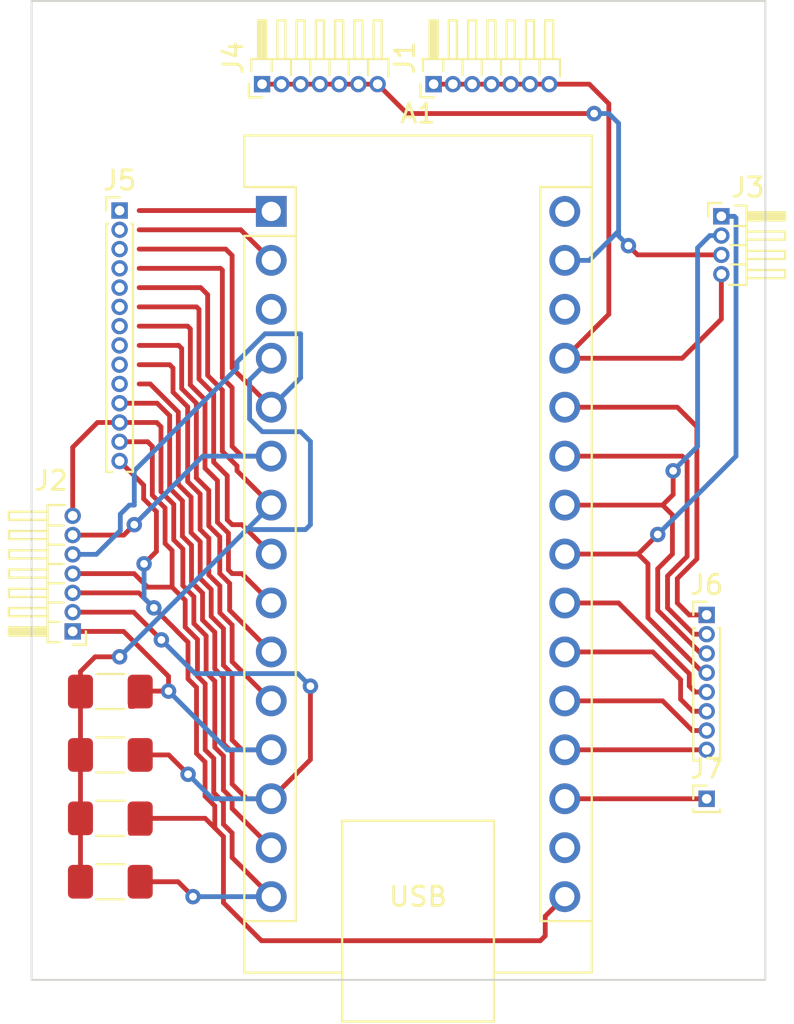
<source format=kicad_pcb>
(kicad_pcb (version 20221018) (generator pcbnew)
  (layers (0 "F.Cu" signal) (31 "B.Cu" signal) (34 "B.Paste" user) (35 "F.Paste" user) (36 "B.SilkS" user "B.Silkscreen") (37 "F.SilkS" user "F.Silkscreen") (38 "B.Mask" user) (39 "F.Mask" user) (44 "Edge.Cuts" user))
  (net 0 "")
  (net 1 "Net-(A1-D1{slash}TX)")
  (net 2 "Net-(A1-D0{slash}RX)")
  (net 3 "Net-(A1-GND-Pad4)")
  (net 4 "Net-(A1-D2)")
  (net 5 "Net-(A1-D3)")
  (net 6 "Net-(A1-D4)")
  (net 7 "Net-(A1-D5)")
  (net 8 "Net-(A1-D6)")
  (net 9 "Net-(A1-D7)")
  (net 10 "Net-(A1-D8)")
  (net 11 "Net-(A1-D9)")
  (net 12 "Net-(A1-D10)")
  (net 13 "Net-(A1-D11)")
  (net 14 "Net-(A1-D12)")
  (net 15 "Net-(A1-D13)")
  (net 17 "Net-(A1-AREF)")
  (net 18 "Net-(A1-A0)")
  (net 19 "Net-(A1-A1)")
  (net 20 "Net-(A1-A2)")
  (net 21 "Net-(A1-A3)")
  (net 22 "Net-(A1-A4)")
  (net 23 "Net-(A1-A5)")
  (net 24 "Net-(A1-A6)")
  (net 25 "Net-(A1-A7)")
  (net 26 "Net-(A1-+5V)")
  (net 27 "GND")
  (net 28 "+12V")
  (footprint "Resistor_SMD:R_1206_3216Metric_Pad1.30x1.75mm_HandSolder" (layer "F.Cu") (at 126.264 123.178)
    (fp_text reference "R4" hide)
    (fp_text value "220R" hide)
    (pad "1" smd roundrect (at -1.55 0) (size 1.3 1.75) (layers "F.Cu" "F.Paste" "F.Mask") (roundrect_rratio 0.192308) (net 3 "Net-(A1-GND-Pad4)"))
    (pad "2" smd roundrect (at 1.55 0) (size 1.3 1.75) (layers "F.Cu" "F.Paste" "F.Mask") (roundrect_rratio 0.192308) (net 14 "Net-(A1-D12)"))
  )
  (footprint "Connector_PinHeader_1.00mm:PinHeader_1x14_P1.00mm_Vertical" (layer "F.Cu") (at 126.746 88.346)
    (fp_text reference "J5" (at 0 -1.56) (layer "F.SilkS"))
    (fp_text value "Conn_01x14_Pin")
    (pad "1" thru_hole rect (at 0 0) (size 0.85 0.85) (drill 0.5) (layers "*.Cu" "*.Mask") (net 1 "Net-(A1-D1{slash}TX)"))
    (pad "2" thru_hole oval (at 0 1) (size 0.85 0.85) (drill 0.5) (layers "*.Cu" "*.Mask") (net 2 "Net-(A1-D0{slash}RX)"))
    (pad "3" thru_hole oval (at 0 2) (size 0.85 0.85) (drill 0.5) (layers "*.Cu" "*.Mask") (net 4 "Net-(A1-D2)"))
    (pad "4" thru_hole oval (at 0 3) (size 0.85 0.85) (drill 0.5) (layers "*.Cu" "*.Mask") (net 5 "Net-(A1-D3)"))
    (pad "5" thru_hole oval (at 0 4) (size 0.85 0.85) (drill 0.5) (layers "*.Cu" "*.Mask") (net 6 "Net-(A1-D4)"))
    (pad "6" thru_hole oval (at 0 5) (size 0.85 0.85) (drill 0.5) (layers "*.Cu" "*.Mask") (net 7 "Net-(A1-D5)"))
    (pad "7" thru_hole oval (at 0 6) (size 0.85 0.85) (drill 0.5) (layers "*.Cu" "*.Mask") (net 8 "Net-(A1-D6)"))
    (pad "8" thru_hole oval (at 0 7) (size 0.85 0.85) (drill 0.5) (layers "*.Cu" "*.Mask") (net 9 "Net-(A1-D7)"))
    (pad "9" thru_hole oval (at 0 8) (size 0.85 0.85) (drill 0.5) (layers "*.Cu" "*.Mask") (net 10 "Net-(A1-D8)"))
    (pad "10" thru_hole oval (at 0 9) (size 0.85 0.85) (drill 0.5) (layers "*.Cu" "*.Mask") (net 11 "Net-(A1-D9)"))
    (pad "11" thru_hole oval (at 0 10) (size 0.85 0.85) (drill 0.5) (layers "*.Cu" "*.Mask") (net 12 "Net-(A1-D10)"))
    (pad "12" thru_hole oval (at 0 11) (size 0.85 0.85) (drill 0.5) (layers "*.Cu" "*.Mask") (net 13 "Net-(A1-D11)"))
    (pad "13" thru_hole oval (at 0 12) (size 0.85 0.85) (drill 0.5) (layers "*.Cu" "*.Mask") (net 14 "Net-(A1-D12)"))
    (pad "14" thru_hole oval (at 0 13) (size 0.85 0.85) (drill 0.5) (layers "*.Cu" "*.Mask") (net 15 "Net-(A1-D13)"))
  )
  (footprint "Connector_PinHeader_1.00mm:PinHeader_1x07_P1.00mm_Horizontal" (layer "F.Cu") (at 124.311 110.188 180)
    (fp_text reference "J2" (at 1.121 7.826) (layer "F.SilkS"))
    (fp_text value "Conn_01x07_Pin")
    (pad "1" thru_hole rect (at 0 0 180) (size 0.85 0.85) (drill 0.5) (layers "*.Cu" "*.Mask") (net 11 "Net-(A1-D9)"))
    (pad "2" thru_hole oval (at 0 1 180) (size 0.85 0.85) (drill 0.5) (layers "*.Cu" "*.Mask") (net 12 "Net-(A1-D10)"))
    (pad "3" thru_hole oval (at 0 2 180) (size 0.85 0.85) (drill 0.5) (layers "*.Cu" "*.Mask") (net 15 "Net-(A1-D13)"))
    (pad "4" thru_hole oval (at 0 3 180) (size 0.85 0.85) (drill 0.5) (layers "*.Cu" "*.Mask") (net 14 "Net-(A1-D12)"))
    (pad "5" thru_hole oval (at 0 4 180) (size 0.85 0.85) (drill 0.5) (layers "*.Cu" "*.Mask") (net 4 "Net-(A1-D2)"))
    (pad "6" thru_hole oval (at 0 5 180) (size 0.85 0.85) (drill 0.5) (layers "*.Cu" "*.Mask") (net 5 "Net-(A1-D3)"))
    (pad "7" thru_hole oval (at 0 6 180) (size 0.85 0.85) (drill 0.5) (layers "*.Cu" "*.Mask") (net 13 "Net-(A1-D11)"))
  )
  (footprint "Connector_PinHeader_1.00mm:PinHeader_1x01_P1.00mm_Vertical" (layer "F.Cu") (at 157.226 118.872)
    (fp_text reference "J7" (at 0 -1.56) (layer "F.SilkS"))
    (fp_text value "Conn_01x01")
    (pad "1" thru_hole rect (at 0 0) (size 0.85 0.85) (drill 0.5) (layers "*.Cu" "*.Mask") (net 17 "Net-(A1-AREF)"))
  )
  (footprint "Resistor_SMD:R_1206_3216Metric_Pad1.30x1.75mm_HandSolder" (layer "F.Cu") (at 126.264 119.888)
    (fp_text reference "R3" hide)
    (fp_text value "220R" hide)
    (pad "1" smd roundrect (at -1.55 0) (size 1.3 1.75) (layers "F.Cu" "F.Paste" "F.Mask") (roundrect_rratio 0.192308) (net 3 "Net-(A1-GND-Pad4)"))
    (pad "2" smd roundrect (at 1.55 0) (size 1.3 1.75) (layers "F.Cu" "F.Paste" "F.Mask") (roundrect_rratio 0.192308) (net 15 "Net-(A1-D13)"))
  )
  (footprint "Module:Arduino_Nano" (layer "F.Cu") (at 134.62 88.392)
    (fp_text reference "A1" (at 7.62 -5.08) (layer "F.SilkS"))
    (fp_text value "Arduino_Nano_v3.x")
    (fp_text user "USB" (at 7.62 35.56 unlocked) (layer "F.SilkS"))
    (pad "1" thru_hole rect (at 0 0) (size 1.6 1.6) (drill 1) (layers "*.Cu" "*.Mask") (net 1 "Net-(A1-D1{slash}TX)"))
    (pad "2" thru_hole oval (at 0 2.54) (size 1.6 1.6) (drill 1) (layers "*.Cu" "*.Mask") (net 2 "Net-(A1-D0{slash}RX)"))
    (pad "3" thru_hole oval (at 0 5.08) (size 1.6 1.6) (drill 1) (layers "*.Cu" "*.Mask"))
    (pad "4" thru_hole oval (at 0 7.62) (size 1.6 1.6) (drill 1) (layers "*.Cu" "*.Mask") (net 3 "Net-(A1-GND-Pad4)"))
    (pad "5" thru_hole oval (at 0 10.16) (size 1.6 1.6) (drill 1) (layers "*.Cu" "*.Mask") (net 4 "Net-(A1-D2)"))
    (pad "6" thru_hole oval (at 0 12.7) (size 1.6 1.6) (drill 1) (layers "*.Cu" "*.Mask") (net 5 "Net-(A1-D3)"))
    (pad "7" thru_hole oval (at 0 15.24) (size 1.6 1.6) (drill 1) (layers "*.Cu" "*.Mask") (net 6 "Net-(A1-D4)"))
    (pad "8" thru_hole oval (at 0 17.78) (size 1.6 1.6) (drill 1) (layers "*.Cu" "*.Mask") (net 7 "Net-(A1-D5)"))
    (pad "9" thru_hole oval (at 0 20.32) (size 1.6 1.6) (drill 1) (layers "*.Cu" "*.Mask") (net 8 "Net-(A1-D6)"))
    (pad "10" thru_hole oval (at 0 22.86) (size 1.6 1.6) (drill 1) (layers "*.Cu" "*.Mask") (net 9 "Net-(A1-D7)"))
    (pad "11" thru_hole oval (at 0 25.4) (size 1.6 1.6) (drill 1) (layers "*.Cu" "*.Mask") (net 10 "Net-(A1-D8)"))
    (pad "12" thru_hole oval (at 0 27.94) (size 1.6 1.6) (drill 1) (layers "*.Cu" "*.Mask") (net 11 "Net-(A1-D9)"))
    (pad "13" thru_hole oval (at 0 30.48) (size 1.6 1.6) (drill 1) (layers "*.Cu" "*.Mask") (net 12 "Net-(A1-D10)"))
    (pad "14" thru_hole oval (at 0 33.02) (size 1.6 1.6) (drill 1) (layers "*.Cu" "*.Mask") (net 13 "Net-(A1-D11)"))
    (pad "15" thru_hole oval (at 0 35.56) (size 1.6 1.6) (drill 1) (layers "*.Cu" "*.Mask") (net 14 "Net-(A1-D12)"))
    (pad "16" thru_hole oval (at 15.24 35.56) (size 1.6 1.6) (drill 1) (layers "*.Cu" "*.Mask") (net 15 "Net-(A1-D13)"))
    (pad "17" thru_hole oval (at 15.24 33.02) (size 1.6 1.6) (drill 1) (layers "*.Cu" "*.Mask"))
    (pad "18" thru_hole oval (at 15.24 30.48) (size 1.6 1.6) (drill 1) (layers "*.Cu" "*.Mask") (net 17 "Net-(A1-AREF)"))
    (pad "19" thru_hole oval (at 15.24 27.94) (size 1.6 1.6) (drill 1) (layers "*.Cu" "*.Mask") (net 18 "Net-(A1-A0)"))
    (pad "20" thru_hole oval (at 15.24 25.4) (size 1.6 1.6) (drill 1) (layers "*.Cu" "*.Mask") (net 19 "Net-(A1-A1)"))
    (pad "21" thru_hole oval (at 15.24 22.86) (size 1.6 1.6) (drill 1) (layers "*.Cu" "*.Mask") (net 20 "Net-(A1-A2)"))
    (pad "22" thru_hole oval (at 15.24 20.32) (size 1.6 1.6) (drill 1) (layers "*.Cu" "*.Mask") (net 21 "Net-(A1-A3)"))
    (pad "23" thru_hole oval (at 15.24 17.78) (size 1.6 1.6) (drill 1) (layers "*.Cu" "*.Mask") (net 22 "Net-(A1-A4)"))
    (pad "24" thru_hole oval (at 15.24 15.24) (size 1.6 1.6) (drill 1) (layers "*.Cu" "*.Mask") (net 23 "Net-(A1-A5)"))
    (pad "25" thru_hole oval (at 15.24 12.7) (size 1.6 1.6) (drill 1) (layers "*.Cu" "*.Mask") (net 24 "Net-(A1-A6)"))
    (pad "26" thru_hole oval (at 15.24 10.16) (size 1.6 1.6) (drill 1) (layers "*.Cu" "*.Mask") (net 25 "Net-(A1-A7)"))
    (pad "27" thru_hole oval (at 15.24 7.62) (size 1.6 1.6) (drill 1) (layers "*.Cu" "*.Mask") (net 26 "Net-(A1-+5V)"))
    (pad "28" thru_hole oval (at 15.24 5.08) (size 1.6 1.6) (drill 1) (layers "*.Cu" "*.Mask"))
    (pad "29" thru_hole oval (at 15.24 2.54) (size 1.6 1.6) (drill 1) (layers "*.Cu" "*.Mask") (net 27 "GND"))
    (pad "30" thru_hole oval (at 15.24 0) (size 1.6 1.6) (drill 1) (layers "*.Cu" "*.Mask") (net 28 "+12V"))
  )
  (footprint "Resistor_SMD:R_1206_3216Metric_Pad1.30x1.75mm_HandSolder" (layer "F.Cu") (at 126.264 116.598)
    (fp_text reference "R2" hide)
    (fp_text value "220R" hide)
    (pad "1" smd roundrect (at -1.55 0) (size 1.3 1.75) (layers "F.Cu" "F.Paste" "F.Mask") (roundrect_rratio 0.192308) (net 3 "Net-(A1-GND-Pad4)"))
    (pad "2" smd roundrect (at 1.55 0) (size 1.3 1.75) (layers "F.Cu" "F.Paste" "F.Mask") (roundrect_rratio 0.192308) (net 12 "Net-(A1-D10)"))
  )
  (footprint "Connector_PinHeader_1.00mm:PinHeader_1x08_P1.00mm_Vertical" (layer "F.Cu") (at 157.226 109.332)
    (fp_text reference "J6" (at 0 -1.56) (layer "F.SilkS"))
    (fp_text value "Conn_01x08_Pin")
    (pad "1" thru_hole rect (at 0 0) (size 0.85 0.85) (drill 0.5) (layers "*.Cu" "*.Mask") (net 25 "Net-(A1-A7)"))
    (pad "2" thru_hole oval (at 0 1) (size 0.85 0.85) (drill 0.5) (layers "*.Cu" "*.Mask") (net 24 "Net-(A1-A6)"))
    (pad "3" thru_hole oval (at 0 2) (size 0.85 0.85) (drill 0.5) (layers "*.Cu" "*.Mask") (net 23 "Net-(A1-A5)"))
    (pad "4" thru_hole oval (at 0 3) (size 0.85 0.85) (drill 0.5) (layers "*.Cu" "*.Mask") (net 22 "Net-(A1-A4)"))
    (pad "5" thru_hole oval (at 0 4) (size 0.85 0.85) (drill 0.5) (layers "*.Cu" "*.Mask") (net 21 "Net-(A1-A3)"))
    (pad "6" thru_hole oval (at 0 5) (size 0.85 0.85) (drill 0.5) (layers "*.Cu" "*.Mask") (net 20 "Net-(A1-A2)"))
    (pad "7" thru_hole oval (at 0 6) (size 0.85 0.85) (drill 0.5) (layers "*.Cu" "*.Mask") (net 19 "Net-(A1-A1)"))
    (pad "8" thru_hole oval (at 0 7) (size 0.85 0.85) (drill 0.5) (layers "*.Cu" "*.Mask") (net 18 "Net-(A1-A0)"))
  )
  (footprint "Connector_PinHeader_1.00mm:PinHeader_1x07_P1.00mm_Horizontal" (layer "F.Cu") (at 134.144 81.788 90)
    (fp_text reference "J4" (at 1.375 -1.5 90) (layer "F.SilkS"))
    (fp_text value "Conn_01x07")
    (pad "1" thru_hole rect (at 0 0 90) (size 0.85 0.85) (drill 0.5) (layers "*.Cu" "*.Mask") (net 27 "GND"))
    (pad "2" thru_hole oval (at 0 1 90) (size 0.85 0.85) (drill 0.5) (layers "*.Cu" "*.Mask") (net 27 "GND"))
    (pad "3" thru_hole oval (at 0 2 90) (size 0.85 0.85) (drill 0.5) (layers "*.Cu" "*.Mask") (net 27 "GND"))
    (pad "4" thru_hole oval (at 0 3 90) (size 0.85 0.85) (drill 0.5) (layers "*.Cu" "*.Mask") (net 27 "GND"))
    (pad "5" thru_hole oval (at 0 4 90) (size 0.85 0.85) (drill 0.5) (layers "*.Cu" "*.Mask") (net 27 "GND"))
    (pad "6" thru_hole oval (at 0 5 90) (size 0.85 0.85) (drill 0.5) (layers "*.Cu" "*.Mask") (net 27 "GND"))
    (pad "7" thru_hole oval (at 0 6 90) (size 0.85 0.85) (drill 0.5) (layers "*.Cu" "*.Mask") (net 27 "GND"))
  )
  (footprint "Resistor_SMD:R_1206_3216Metric_Pad1.30x1.75mm_HandSolder" (layer "F.Cu") (at 126.264 113.308)
    (fp_text reference "R1" hide)
    (fp_text value "220R" hide)
    (pad "1" smd roundrect (at -1.55 0) (size 1.3 1.75) (layers "F.Cu" "F.Paste" "F.Mask") (roundrect_rratio 0.192308) (net 3 "Net-(A1-GND-Pad4)"))
    (pad "2" smd roundrect (at 1.55 0) (size 1.3 1.75) (layers "F.Cu" "F.Paste" "F.Mask") (roundrect_rratio 0.192308) (net 11 "Net-(A1-D9)"))
  )
  (footprint "Connector_PinHeader_1.00mm:PinHeader_1x07_P1.00mm_Horizontal" (layer "F.Cu") (at 143.05 81.788 90)
    (fp_text reference "J1" (at 1.375 -1.5 90) (layer "F.SilkS"))
    (fp_text value "Conn_01x07" hide)
    (pad "1" thru_hole rect (at 0 0 90) (size 0.85 0.85) (drill 0.5) (layers "*.Cu" "*.Mask") (net 26 "Net-(A1-+5V)"))
    (pad "2" thru_hole oval (at 0 1 90) (size 0.85 0.85) (drill 0.5) (layers "*.Cu" "*.Mask") (net 26 "Net-(A1-+5V)"))
    (pad "3" thru_hole oval (at 0 2 90) (size 0.85 0.85) (drill 0.5) (layers "*.Cu" "*.Mask") (net 26 "Net-(A1-+5V)"))
    (pad "4" thru_hole oval (at 0 3 90) (size 0.85 0.85) (drill 0.5) (layers "*.Cu" "*.Mask") (net 26 "Net-(A1-+5V)"))
    (pad "5" thru_hole oval (at 0 4 90) (size 0.85 0.85) (drill 0.5) (layers "*.Cu" "*.Mask") (net 26 "Net-(A1-+5V)"))
    (pad "6" thru_hole oval (at 0 5 90) (size 0.85 0.85) (drill 0.5) (layers "*.Cu" "*.Mask") (net 26 "Net-(A1-+5V)"))
    (pad "7" thru_hole oval (at 0 6 90) (size 0.85 0.85) (drill 0.5) (layers "*.Cu" "*.Mask") (net 26 "Net-(A1-+5V)"))
  )
  (footprint "Connector_PinHeader_1.00mm:PinHeader_1x04_P1.00mm_Horizontal" (layer "F.Cu") (at 157.988 88.646)
    (fp_text reference "J3" (at 1.375 -1.5) (layer "F.SilkS"))
    (fp_text value "Conn_01x04")
    (pad "1" thru_hole rect (at 0 0) (size 0.85 0.85) (drill 0.5) (layers "*.Cu" "*.Mask") (net 22 "Net-(A1-A4)"))
    (pad "2" thru_hole oval (at 0 1) (size 0.85 0.85) (drill 0.5) (layers "*.Cu" "*.Mask") (net 23 "Net-(A1-A5)"))
    (pad "3" thru_hole oval (at 0 2) (size 0.85 0.85) (drill 0.5) (layers "*.Cu" "*.Mask") (net 27 "GND"))
    (pad "4" thru_hole oval (at 0 3) (size 0.85 0.85) (drill 0.5) (layers "*.Cu" "*.Mask") (net 26 "Net-(A1-+5V)"))
  )
  (gr_rect (start 122.174 77.47) (end 160.274 128.27) (stroke (width 0.1)) (fill none) (layer "Edge.Cuts"))
  (segment (start 134.574 88.346) (end 134.62 88.392) (width 0.25) (layer "F.Cu") (net 1))
  (segment (start 127.762 88.346) (end 134.574 88.346) (width 0.25) (layer "F.Cu") (net 1))
  (segment (start 127.762 89.346) (end 133.034 89.346) (width 0.25) (layer "F.Cu") (net 2))
  (segment (start 133.034 89.346) (end 134.62 90.932) (width 0.25) (layer "F.Cu") (net 2))
  (segment (start 126.746 111.506) (end 125.476 111.506) (width 0.25) (layer "F.Cu") (net 3))
  (segment (start 124.714 116.598) (end 124.714 119.888) (width 0.25) (layer "F.Cu") (net 3))
  (segment (start 124.714 113.308) (end 124.714 116.598) (width 0.25) (layer "F.Cu") (net 3))
  (segment (start 124.714 119.888) (end 124.714 123.178) (width 0.25) (layer "F.Cu") (net 3))
  (segment (start 124.714 112.268) (end 124.714 113.308) (width 0.25) (layer "F.Cu") (net 3))
  (segment (start 125.476 111.506) (end 124.714 112.268) (width 0.25) (layer "F.Cu") (net 3))
  (via (at 126.746 111.506) (size 0.8) (drill 0.4) (layers "F.Cu" "B.Cu") (net 3))
  (segment (start 136.652 104.648) (end 136.398 104.902) (width 0.25) (layer "B.Cu") (net 3))
  (segment (start 136.398 104.902) (end 133.613305 104.902) (width 0.25) (layer "B.Cu") (net 3))
  (segment (start 134.62 96.012) (end 133.495 97.137) (width 0.25) (layer "B.Cu") (net 3))
  (segment (start 133.495 99.162991) (end 134.154009 99.822) (width 0.25) (layer "B.Cu") (net 3))
  (segment (start 126.755305 111.494) (end 126.755305 111.496695) (width 0.25) (layer "B.Cu") (net 3))
  (segment (start 133.495 97.137) (end 133.495 99.162991) (width 0.25) (layer "B.Cu") (net 3))
  (segment (start 126.755305 111.496695) (end 126.746 111.506) (width 0.25) (layer "B.Cu") (net 3))
  (segment (start 134.154009 99.822) (end 136.144 99.822) (width 0.25) (layer "B.Cu") (net 3))
  (segment (start 136.144 99.822) (end 136.652 100.33) (width 0.25) (layer "B.Cu") (net 3))
  (segment (start 136.652 100.33) (end 136.652 104.648) (width 0.25) (layer "B.Cu") (net 3))
  (segment (start 134.121305 104.128) (end 126.755305 111.494) (width 0.25) (layer "B.Cu") (net 3))
  (segment (start 132.256 90.346) (end 127.762 90.346) (width 0.25) (layer "F.Cu") (net 4))
  (segment (start 132.588 96.52) (end 132.588 90.678) (width 0.25) (layer "F.Cu") (net 4))
  (segment (start 134.62 98.552) (end 132.588 96.52) (width 0.25) (layer "F.Cu") (net 4))
  (segment (start 132.588 90.678) (end 132.256 90.346) (width 0.25) (layer "F.Cu") (net 4))
  (segment (start 126.783 104.948305) (end 126.783 104.103) (width 0.25) (layer "B.Cu") (net 4))
  (segment (start 136.144 97.028) (end 134.62 98.552) (width 0.25) (layer "B.Cu") (net 4))
  (segment (start 134.299009 94.742) (end 136.144 94.742) (width 0.25) (layer "B.Cu") (net 4))
  (segment (start 125.543305 106.188) (end 124.311 106.188) (width 0.25) (layer "B.Cu") (net 4))
  (segment (start 127.508 103.632) (end 127.508 101.851208) (width 0.25) (layer "B.Cu") (net 4))
  (segment (start 127.508 101.851208) (end 132.842 96.517208) (width 0.25) (layer "B.Cu") (net 4))
  (segment (start 132.842 96.517208) (end 132.842 96.199009) (width 0.25) (layer "B.Cu") (net 4))
  (segment (start 126.783 104.103) (end 127.254 103.632) (width 0.25) (layer "B.Cu") (net 4))
  (segment (start 132.842 96.199009) (end 134.299009 94.742) (width 0.25) (layer "B.Cu") (net 4))
  (segment (start 127.254 103.632) (end 127.508 103.632) (width 0.25) (layer "B.Cu") (net 4))
  (segment (start 136.144 94.742) (end 136.144 97.028) (width 0.25) (layer "B.Cu") (net 4))
  (segment (start 126.783 104.948305) (end 125.543305 106.188) (width 0.25) (layer "B.Cu") (net 4))
  (segment (start 131.986 91.346) (end 132.08 91.44) (width 0.25) (layer "F.Cu") (net 5))
  (segment (start 132.588 100.584) (end 133.096 101.092) (width 0.25) (layer "F.Cu") (net 5))
  (segment (start 132.08 91.44) (end 132.08 97.028) (width 0.25) (layer "F.Cu") (net 5))
  (segment (start 126.968 105.188) (end 127.508 104.648) (width 0.25) (layer "F.Cu") (net 5))
  (segment (start 132.588 97.536) (end 132.588 100.584) (width 0.25) (layer "F.Cu") (net 5))
  (segment (start 133.096 101.092) (end 134.62 101.092) (width 0.25) (layer "F.Cu") (net 5))
  (segment (start 132.08 97.028) (end 132.588 97.536) (width 0.25) (layer "F.Cu") (net 5))
  (segment (start 124.311 105.188) (end 126.968 105.188) (width 0.25) (layer "F.Cu") (net 5))
  (segment (start 127.762 91.346) (end 131.986 91.346) (width 0.25) (layer "F.Cu") (net 5))
  (via (at 127.508 104.648) (size 0.8) (drill 0.4) (layers "F.Cu" "B.Cu") (net 5))
  (segment (start 127.508 104.648) (end 131.064 101.092) (width 0.25) (layer "B.Cu") (net 5))
  (segment (start 131.064 101.092) (end 134.62 101.092) (width 0.25) (layer "B.Cu") (net 5))
  (segment (start 131.318 92.71) (end 131.318 96.902396) (width 0.25) (layer "F.Cu") (net 6))
  (segment (start 132.08 100.838) (end 132.842 101.6) (width 0.25) (layer "F.Cu") (net 6))
  (segment (start 132.842 101.854) (end 134.62 103.632) (width 0.25) (layer "F.Cu") (net 6))
  (segment (start 130.954 92.346) (end 131.318 92.71) (width 0.25) (layer "F.Cu") (net 6))
  (segment (start 127.762 92.346) (end 130.954 92.346) (width 0.25) (layer "F.Cu") (net 6))
  (segment (start 132.842 101.6) (end 132.842 101.854) (width 0.25) (layer "F.Cu") (net 6))
  (segment (start 131.318 96.902396) (end 132.08 97.664396) (width 0.25) (layer "F.Cu") (net 6))
  (segment (start 132.08 97.664396) (end 132.08 100.838) (width 0.25) (layer "F.Cu") (net 6))
  (segment (start 132.588 104.648) (end 132.334 104.394) (width 0.25) (layer "F.Cu") (net 7))
  (segment (start 131.63 101.404) (end 131.63 97.850792) (width 0.25) (layer "F.Cu") (net 7))
  (segment (start 132.334 102.108) (end 131.63 101.404) (width 0.25) (layer "F.Cu") (net 7))
  (segment (start 131.63 97.850792) (end 130.868 97.088792) (width 0.25) (layer "F.Cu") (net 7))
  (segment (start 132.334 104.394) (end 132.334 102.108) (width 0.25) (layer "F.Cu") (net 7))
  (segment (start 134.62 106.172) (end 133.096 104.648) (width 0.25) (layer "F.Cu") (net 7))
  (segment (start 130.868 93.472) (end 130.742 93.346) (width 0.25) (layer "F.Cu") (net 7))
  (segment (start 133.096 104.648) (end 132.588 104.648) (width 0.25) (layer "F.Cu") (net 7))
  (segment (start 130.742 93.346) (end 127.762 93.346) (width 0.25) (layer "F.Cu") (net 7))
  (segment (start 130.868 97.088792) (end 130.868 93.472) (width 0.25) (layer "F.Cu") (net 7))
  (segment (start 131.826 102.362) (end 131.826 104.522396) (width 0.25) (layer "F.Cu") (net 8))
  (segment (start 130.276 94.346) (end 130.418 94.488) (width 0.25) (layer "F.Cu") (net 8))
  (segment (start 132.588 107.188) (end 133.096 107.188) (width 0.25) (layer "F.Cu") (net 8))
  (segment (start 131.826 104.522396) (end 132.396802 105.093198) (width 0.25) (layer "F.Cu") (net 8))
  (segment (start 130.418 94.488) (end 130.418 97.398) (width 0.25) (layer "F.Cu") (net 8))
  (segment (start 131.18 101.716) (end 131.826 102.362) (width 0.25) (layer "F.Cu") (net 8))
  (segment (start 127.762 94.346) (end 130.276 94.346) (width 0.25) (layer "F.Cu") (net 8))
  (segment (start 132.396802 106.996802) (end 132.588 107.188) (width 0.25) (layer "F.Cu") (net 8))
  (segment (start 133.096 107.188) (end 134.62 108.712) (width 0.25) (layer "F.Cu") (net 8))
  (segment (start 132.396802 105.093198) (end 132.396802 106.996802) (width 0.25) (layer "F.Cu") (net 8))
  (segment (start 131.18 98.16) (end 131.18 101.716) (width 0.25) (layer "F.Cu") (net 8))
  (segment (start 130.418 97.398) (end 131.18 98.16) (width 0.25) (layer "F.Cu") (net 8))
  (segment (start 131.376 102.87) (end 131.376 104.708792) (width 0.25) (layer "F.Cu") (net 9))
  (segment (start 129.968 95.504) (end 129.968 97.584396) (width 0.25) (layer "F.Cu") (net 9))
  (segment (start 127.762 95.346) (end 129.81 95.346) (width 0.25) (layer "F.Cu") (net 9))
  (segment (start 129.81 95.346) (end 129.968 95.504) (width 0.25) (layer "F.Cu") (net 9))
  (segment (start 131.376 104.708792) (end 131.946802 105.279594) (width 0.25) (layer "F.Cu") (net 9))
  (segment (start 131.946802 107.183198) (end 132.459604 107.696) (width 0.25) (layer "F.Cu") (net 9))
  (segment (start 130.73 98.346396) (end 130.73 102.224) (width 0.25) (layer "F.Cu") (net 9))
  (segment (start 130.73 102.224) (end 131.376 102.87) (width 0.25) (layer "F.Cu") (net 9))
  (segment (start 129.968 97.584396) (end 130.73 98.346396) (width 0.25) (layer "F.Cu") (net 9))
  (segment (start 132.459604 109.091604) (end 134.62 111.252) (width 0.25) (layer "F.Cu") (net 9))
  (segment (start 132.459604 107.696) (end 132.459604 109.091604) (width 0.25) (layer "F.Cu") (net 9))
  (segment (start 131.946802 105.279594) (end 131.946802 107.183198) (width 0.25) (layer "F.Cu") (net 9))
  (segment (start 131.379406 105.348594) (end 131.379406 107.252198) (width 0.25) (layer "F.Cu") (net 10))
  (segment (start 127.762 96.346) (end 129.344 96.346) (width 0.25) (layer "F.Cu") (net 10))
  (segment (start 130.28 98.532792) (end 130.28 102.410396) (width 0.25) (layer "F.Cu") (net 10))
  (segment (start 129.518 97.770792) (end 130.28 98.532792) (width 0.25) (layer "F.Cu") (net 10))
  (segment (start 131.379406 107.252198) (end 131.951604 107.824396) (width 0.25) (layer "F.Cu") (net 10))
  (segment (start 130.926 103.056396) (end 130.926 104.895188) (width 0.25) (layer "F.Cu") (net 10))
  (segment (start 132.588 111.76) (end 134.62 113.792) (width 0.25) (layer "F.Cu") (net 10))
  (segment (start 130.28 102.410396) (end 130.926 103.056396) (width 0.25) (layer "F.Cu") (net 10))
  (segment (start 132.588 109.856396) (end 132.588 111.76) (width 0.25) (layer "F.Cu") (net 10))
  (segment (start 131.951604 109.22) (end 132.588 109.856396) (width 0.25) (layer "F.Cu") (net 10))
  (segment (start 131.951604 107.824396) (end 131.951604 109.22) (width 0.25) (layer "F.Cu") (net 10))
  (segment (start 129.344 96.346) (end 129.518 96.52) (width 0.25) (layer "F.Cu") (net 10))
  (segment (start 129.518 96.52) (end 129.518 97.770792) (width 0.25) (layer "F.Cu") (net 10))
  (segment (start 130.926 104.895188) (end 131.379406 105.348594) (width 0.25) (layer "F.Cu") (net 10))
  (segment (start 127.838 113.284) (end 127.814 113.308) (width 0.25) (layer "F.Cu") (net 11))
  (segment (start 132.138 110.042792) (end 132.138 111.946396) (width 0.25) (layer "F.Cu") (net 11))
  (segment (start 130.456604 105.062188) (end 130.929406 105.53499) (width 0.25) (layer "F.Cu") (net 11))
  (segment (start 129.262 113.308) (end 129.286 113.284) (width 0.25) (layer "F.Cu") (net 11))
  (segment (start 133.096 116.332) (end 134.62 116.332) (width 0.25) (layer "F.Cu") (net 11))
  (segment (start 132.138 111.946396) (end 132.588 112.396396) (width 0.25) (layer "F.Cu") (net 11))
  (segment (start 128.778 112.014) (end 129.286 112.522) (width 0.25) (layer "F.Cu") (net 11))
  (segment (start 129.286 112.522) (end 129.286 113.284) (width 0.25) (layer "F.Cu") (net 11))
  (segment (start 132.588 115.824) (end 133.096 116.332) (width 0.25) (layer "F.Cu") (net 11))
  (segment (start 129.794 98.806) (end 129.794 102.560792) (width 0.25) (layer "F.Cu") (net 11))
  (segment (start 130.929406 105.53499) (end 130.929406 107.438594) (width 0.25) (layer "F.Cu") (net 11))
  (segment (start 128.334 97.346) (end 129.794 98.806) (width 0.25) (layer "F.Cu") (net 11))
  (segment (start 131.501604 108.010792) (end 131.501604 109.406396) (width 0.25) (layer "F.Cu") (net 11))
  (segment (start 126.952 110.188) (end 129.286 112.522) (width 0.25) (layer "F.Cu") (net 11))
  (segment (start 129.286 113.284) (end 127.838 113.284) (width 0.25) (layer "F.Cu") (net 11))
  (segment (start 131.501604 109.406396) (end 132.138 110.042792) (width 0.25) (layer "F.Cu") (net 11))
  (segment (start 130.456604 103.223396) (end 130.456604 105.062188) (width 0.25) (layer "F.Cu") (net 11))
  (segment (start 127.306 114.082) (end 127.472 114.082) (width 0.25) (layer "F.Cu") (net 11))
  (segment (start 127.762 97.346) (end 128.334 97.346) (width 0.25) (layer "F.Cu") (net 11))
  (segment (start 132.588 112.396396) (end 132.588 115.824) (width 0.25) (layer "F.Cu") (net 11))
  (segment (start 130.929406 107.438594) (end 131.501604 108.010792) (width 0.25) (layer "F.Cu") (net 11))
  (segment (start 124.311 110.188) (end 126.952 110.188) (width 0.25) (layer "F.Cu") (net 11))
  (segment (start 129.794 102.560792) (end 130.456604 103.223396) (width 0.25) (layer "F.Cu") (net 11))
  (via (at 129.286 113.284) (size 0.8) (drill 0.4) (layers "F.Cu" "B.Cu") (net 11))
  (segment (start 129.286 113.284) (end 132.334 116.332) (width 0.25) (layer "B.Cu") (net 11))
  (segment (start 132.334 116.332) (end 134.62 116.332) (width 0.25) (layer "B.Cu") (net 11))
  (segment (start 131.688 110.229188) (end 131.688 112.132792) (width 0.25) (layer "F.Cu") (net 12))
  (segment (start 130.479406 107.62499) (end 131.051604 108.197188) (width 0.25) (layer "F.Cu") (net 12))
  (segment (start 131.051604 108.197188) (end 131.051604 109.592792) (width 0.25) (layer "F.Cu") (net 12))
  (segment (start 131.051604 109.592792) (end 131.688 110.229188) (width 0.25) (layer "F.Cu") (net 12))
  (segment (start 136.652 116.84) (end 134.62 118.872) (width 0.25) (layer "F.Cu") (net 12))
  (segment (start 132.588 116.460396) (end 132.588 118.11) (width 0.25) (layer "F.Cu") (net 12))
  (segment (start 130.006604 105.248584) (end 130.479406 105.721386) (width 0.25) (layer "F.Cu") (net 12))
  (segment (start 127.476001 109.188) (end 128.914306 110.626305) (width 0.25) (layer "F.Cu") (net 12))
  (segment (start 130.479406 105.721386) (end 130.479406 107.62499) (width 0.25) (layer "F.Cu") (net 12))
  (segment (start 132.138 112.582792) (end 132.138 116.010396) (width 0.25) (layer "F.Cu") (net 12))
  (segment (start 124.311 109.188) (end 127.476001 109.188) (width 0.25) (layer "F.Cu") (net 12))
  (segment (start 126.746 98.346) (end 128.697604 98.346) (width 0.25) (layer "F.Cu") (net 12))
  (segment (start 129.298 116.598) (end 127.814 116.598) (width 0.25) (layer "F.Cu") (net 12))
  (segment (start 132.138 116.010396) (end 132.588 116.460396) (width 0.25) (layer "F.Cu") (net 12))
  (segment (start 133.35 118.872) (end 134.62 118.872) (width 0.25) (layer "F.Cu") (net 12))
  (segment (start 131.688 112.132792) (end 132.138 112.582792) (width 0.25) (layer "F.Cu") (net 12))
  (segment (start 129.344 102.747188) (end 130.006604 103.409792) (width 0.25) (layer "F.Cu") (net 12))
  (segment (start 136.652 113.03) (end 136.652 116.84) (width 0.25) (layer "F.Cu") (net 12))
  (segment (start 130.302 117.602) (end 129.298 116.598) (width 0.25) (layer "F.Cu") (net 12))
  (segment (start 129.344 98.992396) (end 129.344 102.747188) (width 0.25) (layer "F.Cu") (net 12))
  (segment (start 130.006604 103.409792) (end 130.006604 105.248584) (width 0.25) (layer "F.Cu") (net 12))
  (segment (start 132.588 118.11) (end 133.35 118.872) (width 0.25) (layer "F.Cu") (net 12))
  (segment (start 128.697604 98.346) (end 129.344 98.992396) (width 0.25) (layer "F.Cu") (net 12))
  (via (at 130.302 117.602) (size 0.8) (drill 0.4) (layers "F.Cu" "B.Cu") (net 12))
  (via (at 136.652 113.03) (size 0.8) (drill 0.4) (layers "F.Cu" "B.Cu") (net 12))
  (via (at 128.914306 110.626305) (size 0.8) (drill 0.4) (layers "F.Cu" "B.Cu") (net 12))
  (segment (start 131.572 118.872) (end 134.62 118.872) (width 0.25) (layer "B.Cu") (net 12))
  (segment (start 128.914306 110.626305) (end 130.665001 112.377) (width 0.25) (layer "B.Cu") (net 12))
  (segment (start 135.999 112.377) (end 136.652 113.03) (width 0.25) (layer "B.Cu") (net 12))
  (segment (start 130.302 117.602) (end 131.572 118.872) (width 0.25) (layer "B.Cu") (net 12))
  (segment (start 130.665001 112.377) (end 135.999 112.377) (width 0.25) (layer "B.Cu") (net 12))
  (segment (start 128.894 102.933584) (end 129.556604 103.596188) (width 0.25) (layer "F.Cu") (net 13))
  (segment (start 131.688 116.196792) (end 132.138 116.646792) (width 0.25) (layer "F.Cu") (net 13))
  (segment (start 128.672 99.346) (end 128.894 99.568) (width 0.25) (layer "F.Cu") (net 13))
  (segment (start 131.238 110.415584) (end 131.238 112.319188) (width 0.25) (layer "F.Cu") (net 13))
  (segment (start 132.138 116.646792) (end 132.138 118.422) (width 0.25) (layer "F.Cu") (net 13))
  (segment (start 132.138 118.422) (end 132.588 118.872) (width 0.25) (layer "F.Cu") (net 13))
  (segment (start 126.746 99.346) (end 128.672 99.346) (width 0.25) (layer "F.Cu") (net 13))
  (segment (start 130.029406 105.907782) (end 130.029406 107.811386) (width 0.25) (layer "F.Cu") (net 13))
  (segment (start 130.029406 107.811386) (end 130.601604 108.383584) (width 0.25) (layer "F.Cu") (net 13))
  (segment (start 129.556604 103.596188) (end 129.556604 105.43498) (width 0.25) (layer "F.Cu") (net 13))
  (segment (start 132.588 119.38) (end 134.62 121.412) (width 0.25) (layer "F.Cu") (net 13))
  (segment (start 130.601604 108.383584) (end 130.601604 109.779188) (width 0.25) (layer "F.Cu") (net 13))
  (segment (start 130.601604 109.779188) (end 131.238 110.415584) (width 0.25) (layer "F.Cu") (net 13))
  (segment (start 128.894 99.568) (end 128.894 102.933584) (width 0.25) (layer "F.Cu") (net 13))
  (segment (start 131.238 112.319188) (end 131.688 112.769188) (width 0.25) (layer "F.Cu") (net 13))
  (segment (start 129.556604 105.43498) (end 130.029406 105.907782) (width 0.25) (layer "F.Cu") (net 13))
  (segment (start 124.311 104.188) (end 124.311 100.632) (width 0.25) (layer "F.Cu") (net 13))
  (segment (start 131.688 112.769188) (end 131.688 116.196792) (width 0.25) (layer "F.Cu") (net 13))
  (segment (start 124.311 100.632) (end 125.597 99.346) (width 0.25) (layer "F.Cu") (net 13))
  (segment (start 125.597 99.346) (end 126.746 99.346) (width 0.25) (layer "F.Cu") (net 13))
  (segment (start 132.588 118.872) (end 132.588 119.38) (width 0.25) (layer "F.Cu") (net 13))
  (segment (start 130.151604 108.56998) (end 130.151604 109.965584) (width 0.25) (layer "F.Cu") (net 14))
  (segment (start 128.206 100.346) (end 128.444 100.584) (width 0.25) (layer "F.Cu") (net 14))
  (segment (start 128.200685 107.88999) (end 129.471614 107.88999) (width 0.25) (layer "F.Cu") (net 14))
  (segment (start 132.588 120.65) (end 132.588 121.92) (width 0.25) (layer "F.Cu") (net 14))
  (segment (start 129.471614 105.986386) (end 129.471614 107.88999) (width 0.25) (layer "F.Cu") (net 14))
  (segment (start 130.151604 109.965584) (end 130.788 110.60198) (width 0.25) (layer "F.Cu") (net 14))
  (segment (start 130.556 123.952) (end 129.782 123.178) (width 0.25) (layer "F.Cu") (net 14))
  (segment (start 128.444 103.11998) (end 129.106604 103.782584) (width 0.25) (layer "F.Cu") (net 14))
  (segment (start 131.188208 116.333396) (end 131.633406 116.778594) (width 0.25) (layer "F.Cu") (net 14))
  (segment (start 132.588 121.92) (end 134.62 123.952) (width 0.25) (layer "F.Cu") (net 14))
  (segment (start 131.633406 118.553802) (end 132.138 119.058396) (width 0.25) (layer "F.Cu") (net 14))
  (segment (start 129.106604 105.621376) (end 129.471614 105.986386) (width 0.25) (layer "F.Cu") (net 14))
  (segment (start 131.188208 112.905792) (end 131.188208 116.333396) (width 0.25) (layer "F.Cu") (net 14))
  (segment (start 129.106604 103.782584) (end 129.106604 105.621376) (width 0.25) (layer "F.Cu") (net 14))
  (segment (start 129.782 123.178) (end 127.814 123.178) (width 0.25) (layer "F.Cu") (net 14))
  (segment (start 129.471614 107.88999) (end 130.151604 108.56998) (width 0.25) (layer "F.Cu") (net 14))
  (segment (start 131.633406 116.778594) (end 131.633406 118.553802) (width 0.25) (layer "F.Cu") (net 14))
  (segment (start 132.138 120.2) (end 132.588 120.65) (width 0.25) (layer "F.Cu") (net 14))
  (segment (start 124.311 107.188) (end 127.498695 107.188) (width 0.25) (layer "F.Cu") (net 14))
  (segment (start 130.788 110.60198) (end 130.788 112.505584) (width 0.25) (layer "F.Cu") (net 14))
  (segment (start 126.746 100.346) (end 128.206 100.346) (width 0.25) (layer "F.Cu") (net 14))
  (segment (start 128.444 100.584) (end 128.444 103.11998) (width 0.25) (layer "F.Cu") (net 14))
  (segment (start 130.788 112.505584) (end 131.188208 112.905792) (width 0.25) (layer "F.Cu") (net 14))
  (segment (start 132.138 119.058396) (end 132.138 120.2) (width 0.25) (layer "F.Cu") (net 14))
  (segment (start 127.498695 107.188) (end 128.200685 107.88999) (width 0.25) (layer "F.Cu") (net 14))
  (via (at 130.556 123.952) (size 0.8) (drill 0.4) (layers "F.Cu" "B.Cu") (net 14))
  (segment (start 130.556 123.952) (end 134.62 123.952) (width 0.25) (layer "B.Cu") (net 14))
  (segment (start 131.688 119.244792) (end 131.688 120.386396) (width 0.25) (layer "F.Cu") (net 15))
  (segment (start 128.656604 106.039396) (end 128.016 106.68) (width 0.25) (layer "F.Cu") (net 15))
  (segment (start 148.844 124.968) (end 149.86 123.952) (width 0.25) (layer "F.Cu") (net 15))
  (segment (start 130.738208 116.519792) (end 131.183406 116.96499) (width 0.25) (layer "F.Cu") (net 15))
  (segment (start 129.701604 110.15198) (end 130.297812 110.748188) (width 0.25) (layer "F.Cu") (net 15))
  (segment (start 132.138 124.264) (end 134.112 126.238) (width 0.25) (layer "F.Cu") (net 15))
  (segment (start 148.844 125.984) (end 148.844 124.968) (width 0.25) (layer "F.Cu") (net 15))
  (segment (start 132.138 120.836396) (end 132.138 124.264) (width 0.25) (layer "F.Cu") (net 15))
  (segment (start 148.59 126.238) (end 148.844 125.984) (width 0.25) (layer "F.Cu") (net 15))
  (segment (start 126.746 101.346) (end 127.994 102.594) (width 0.25) (layer "F.Cu") (net 15))
  (segment (start 131.688 120.386396) (end 132.138 120.836396) (width 0.25) (layer "F.Cu") (net 15))
  (segment (start 131.183406 118.740198) (end 131.688 119.244792) (width 0.25) (layer "F.Cu") (net 15))
  (segment (start 131.569208 119.126) (end 131.688 119.244792) (width 0.25) (layer "F.Cu") (net 15))
  (segment (start 128.524 108.966) (end 129.701604 110.143604) (width 0.25) (layer "F.Cu") (net 15))
  (segment (start 131.183406 116.96499) (end 131.183406 118.740198) (width 0.25) (layer "F.Cu") (net 15))
  (segment (start 127.994 102.594) (end 127.994 103.306376) (width 0.25) (layer "F.Cu") (net 15))
  (segment (start 130.738208 113.092188) (end 130.738208 116.519792) (width 0.25) (layer "F.Cu") (net 15))
  (segment (start 131.189604 119.888) (end 131.688 120.386396) (width 0.25) (layer "F.Cu") (net 15))
  (segment (start 127.814 119.888) (end 131.189604 119.888) (width 0.25) (layer "F.Cu") (net 15))
  (segment (start 129.701604 110.143604) (end 129.701604 110.15198) (width 0.25) (layer "F.Cu") (net 15))
  (segment (start 128.656604 105.807772) (end 128.656604 106.039396) (width 0.25) (layer "F.Cu") (net 15))
  (segment (start 127.306 120.662) (end 128.258 120.662) (width 0.25) (layer "F.Cu") (net 15))
  (segment (start 127.746 108.188) (end 128.524 108.966) (width 0.25) (layer "F.Cu") (net 15))
  (segment (start 130.297812 112.651792) (end 130.738208 113.092188) (width 0.25) (layer "F.Cu") (net 15))
  (segment (start 128.656604 103.96898) (end 128.656604 105.807772) (width 0.25) (layer "F.Cu") (net 15))
  (segment (start 134.112 126.238) (end 148.59 126.238) (width 0.25) (layer "F.Cu") (net 15))
  (segment (start 124.311 108.188) (end 127.746 108.188) (width 0.25) (layer "F.Cu") (net 15))
  (segment (start 127.994 103.306376) (end 128.656604 103.96898) (width 0.25) (layer "F.Cu") (net 15))
  (segment (start 130.297812 110.748188) (end 130.297812 112.651792) (width 0.25) (layer "F.Cu") (net 15))
  (via (at 128.016 106.68) (size 0.8) (drill 0.4) (layers "F.Cu" "B.Cu") (net 15))
  (via (at 128.524 108.966) (size 0.8) (drill 0.4) (layers "F.Cu" "B.Cu") (net 15))
  (segment (start 128.016 106.68) (end 128.016 108.458) (width 0.25) (layer "B.Cu") (net 15))
  (segment (start 128.016 108.458) (end 128.524 108.966) (width 0.25) (layer "B.Cu") (net 15))
  (segment (start 149.86 118.872) (end 157.226 118.872) (width 0.25) (layer "F.Cu") (net 17))
  (segment (start 149.86 116.332) (end 157.226 116.332) (width 0.25) (layer "F.Cu") (net 18))
  (segment (start 156.48 115.332) (end 157.226 115.332) (width 0.25) (layer "F.Cu") (net 19))
  (segment (start 154.94 113.792) (end 156.48 115.332) (width 0.25) (layer "F.Cu") (net 19))
  (segment (start 149.86 113.792) (end 154.94 113.792) (width 0.25) (layer "F.Cu") (net 19))
  (segment (start 155.87296 112.69296) (end 155.87296 113.70896) (width 0.25) (layer "F.Cu") (net 20))
  (segment (start 154.432 111.252) (end 155.87296 112.69296) (width 0.25) (layer "F.Cu") (net 20))
  (segment (start 156.496 114.332) (end 157.226 114.332) (width 0.25) (layer "F.Cu") (net 20))
  (segment (start 149.86 111.252) (end 154.432 111.252) (width 0.25) (layer "F.Cu") (net 20))
  (segment (start 155.87296 113.70896) (end 156.496 114.332) (width 0.25) (layer "F.Cu") (net 20))
  (segment (start 156.62496 113.332) (end 157.226 113.332) (width 0.25) (layer "F.Cu") (net 21))
  (segment (start 152.654 108.712) (end 156.32296 112.38096) (width 0.25) (layer "F.Cu") (net 21))
  (segment (start 149.86 108.712) (end 152.654 108.712) (width 0.25) (layer "F.Cu") (net 21))
  (segment (start 156.32296 113.03) (end 156.62496 113.332) (width 0.25) (layer "F.Cu") (net 21))
  (segment (start 156.32296 112.38096) (end 156.32296 113.03) (width 0.25) (layer "F.Cu") (net 21))
  (segment (start 153.67 106.172) (end 154.178 106.68) (width 0.25) (layer "F.Cu") (net 22))
  (segment (start 154.178 109.474) (end 157.036 112.332) (width 0.25) (layer "F.Cu") (net 22))
  (segment (start 157.036 112.332) (end 157.226 112.332) (width 0.25) (layer "F.Cu") (net 22))
  (segment (start 153.67 106.172) (end 149.86 106.172) (width 0.25) (layer "F.Cu") (net 22))
  (segment (start 154.686 105.156) (end 153.67 106.172) (width 0.25) (layer "F.Cu") (net 22))
  (segment (start 154.178 106.68) (end 154.178 109.474) (width 0.25) (layer "F.Cu") (net 22))
  (via (at 154.686 105.156) (size 0.8) (drill 0.4) (layers "F.Cu" "B.Cu") (net 22))
  (segment (start 157.48 102.362) (end 154.686 105.156) (width 0.25) (layer "B.Cu") (net 22))
  (segment (start 158.75 101.092) (end 157.48 102.362) (width 0.25) (layer "B.Cu") (net 22))
  (segment (start 158.663 88.646) (end 158.75 88.733) (width 0.25) (layer "B.Cu") (net 22))
  (segment (start 157.988 88.646) (end 158.663 88.646) (width 0.25) (layer "B.Cu") (net 22))
  (segment (start 158.75 88.733) (end 158.75 101.092) (width 0.25) (layer "B.Cu") (net 22))
  (segment (start 155.448 104.14) (end 155.448 106.172) (width 0.25) (layer "F.Cu") (net 23))
  (segment (start 154.686 106.934) (end 154.686 109.094396) (width 0.25) (layer "F.Cu") (net 23))
  (segment (start 149.86 103.632) (end 154.94 103.632) (width 0.25) (layer "F.Cu") (net 23))
  (segment (start 156.923604 111.332) (end 157.226 111.332) (width 0.25) (layer "F.Cu") (net 23))
  (segment (start 155.485 101.854) (end 155.485 103.087) (width 0.25) (layer "F.Cu") (net 23))
  (segment (start 155.485 103.087) (end 154.94 103.632) (width 0.25) (layer "F.Cu") (net 23))
  (segment (start 154.686 109.094396) (end 156.923604 111.332) (width 0.25) (layer "F.Cu") (net 23))
  (segment (start 155.448 106.172) (end 154.686 106.934) (width 0.25) (layer "F.Cu") (net 23))
  (segment (start 154.94 103.632) (end 155.448 104.14) (width 0.25) (layer "F.Cu") (net 23))
  (via (at 155.485 101.854) (size 0.8) (drill 0.4) (layers "F.Cu" "B.Cu") (net 23))
  (segment (start 156.755 100.584) (end 155.485 101.854) (width 0.25) (layer "B.Cu") (net 23))
  (segment (start 156.755 100.584) (end 156.755 90.27796) (width 0.25) (layer "B.Cu") (net 23))
  (segment (start 156.755 90.27796) (end 157.38696 89.646) (width 0.25) (layer "B.Cu") (net 23))
  (segment (start 157.38696 89.646) (end 157.988 89.646) (width 0.25) (layer "B.Cu") (net 23))
  (segment (start 155.194 107.313604) (end 155.194 108.966) (width 0.25) (layer "F.Cu") (net 24))
  (segment (start 156.56 110.332) (end 157.226 110.332) (width 0.25) (layer "F.Cu") (net 24))
  (segment (start 149.86 101.092) (end 155.956 101.092) (width 0.25) (layer "F.Cu") (net 24))
  (segment (start 155.956 101.092) (end 156.21 101.346) (width 0.25) (layer "F.Cu") (net 24))
  (segment (start 156.21 106.297604) (end 155.194 107.313604) (width 0.25) (layer "F.Cu") (net 24))
  (segment (start 156.21 101.346) (end 156.21 106.297604) (width 0.25) (layer "F.Cu") (net 24))
  (segment (start 155.194 108.966) (end 156.56 110.332) (width 0.25) (layer "F.Cu") (net 24))
  (segment (start 156.322 109.332) (end 157.226 109.332) (width 0.25) (layer "F.Cu") (net 25))
  (segment (start 149.86 98.552) (end 155.702 98.552) (width 0.25) (layer "F.Cu") (net 25))
  (segment (start 156.718 99.568) (end 156.718 106.426) (width 0.25) (layer "F.Cu") (net 25))
  (segment (start 155.702 107.442) (end 155.702 108.712) (width 0.25) (layer "F.Cu") (net 25))
  (segment (start 155.702 108.712) (end 156.322 109.332) (width 0.25) (layer "F.Cu") (net 25))
  (segment (start 156.718 106.426) (end 155.702 107.442) (width 0.25) (layer "F.Cu") (net 25))
  (segment (start 155.702 98.552) (end 156.718 99.568) (width 0.25) (layer "F.Cu") (net 25))
  (segment (start 152.146 93.726) (end 149.86 96.012) (width 0.25) (layer "F.Cu") (net 26))
  (segment (start 145.05 81.788) (end 146.05 81.788) (width 0.25) (layer "F.Cu") (net 26))
  (segment (start 155.956 96.012) (end 157.988 93.98) (width 0.25) (layer "F.Cu") (net 26))
  (segment (start 146.05 81.788) (end 147.05 81.788) (width 0.25) (layer "F.Cu") (net 26))
  (segment (start 152.146 82.804) (end 152.146 93.726) (width 0.25) (layer "F.Cu") (net 26))
  (segment (start 157.988 93.98) (end 157.988 91.646) (width 0.25) (layer "F.Cu") (net 26))
  (segment (start 151.13 81.788) (end 152.146 82.804) (width 0.25) (layer "F.Cu") (net 26))
  (segment (start 143.05 81.788) (end 144.05 81.788) (width 0.25) (layer "F.Cu") (net 26))
  (segment (start 149.86 96.012) (end 155.956 96.012) (width 0.25) (layer "F.Cu") (net 26))
  (segment (start 144.05 81.788) (end 145.05 81.788) (width 0.25) (layer "F.Cu") (net 26))
  (segment (start 148.05 81.788) (end 149.05 81.788) (width 0.25) (layer "F.Cu") (net 26))
  (segment (start 149.05 81.788) (end 151.13 81.788) (width 0.25) (layer "F.Cu") (net 26))
  (segment (start 147.05 81.788) (end 148.05 81.788) (width 0.25) (layer "F.Cu") (net 26))
  (segment (start 153.638 90.646) (end 153.162 90.17) (width 0.25) (layer "F.Cu") (net 27))
  (segment (start 136.144 81.788) (end 137.144 81.788) (width 0.25) (layer "F.Cu") (net 27))
  (segment (start 141.668 83.312) (end 142.24 83.312) (width 0.25) (layer "F.Cu") (net 27))
  (segment (start 140.144 81.788) (end 141.668 83.312) (width 0.25) (layer "F.Cu") (net 27))
  (segment (start 137.144 81.788) (end 138.144 81.788) (width 0.25) (layer "F.Cu") (net 27))
  (segment (start 135.144 81.788) (end 136.144 81.788) (width 0.25) (layer "F.Cu") (net 27))
  (segment (start 134.144 81.788) (end 135.144 81.788) (width 0.25) (layer "F.Cu") (net 27))
  (segment (start 157.988 90.646) (end 153.638 90.646) (width 0.25) (layer "F.Cu") (net 27))
  (segment (start 142.24 83.312) (end 151.384 83.312) (width 0.25) (layer "F.Cu") (net 27))
  (segment (start 139.144 81.788) (end 140.144 81.788) (width 0.25) (layer "F.Cu") (net 27))
  (segment (start 138.144 81.788) (end 139.144 81.788) (width 0.25) (layer "F.Cu") (net 27))
  (via (at 153.162 90.17) (size 0.8) (drill 0.4) (layers "F.Cu" "B.Cu") (net 27))
  (via (at 151.384 83.312) (size 0.8) (drill 0.4) (layers "F.Cu" "B.Cu") (net 27))
  (segment (start 152.654 89.408) (end 151.13 90.932) (width 0.25) (layer "B.Cu") (net 27))
  (segment (start 151.13 90.932) (end 149.86 90.932) (width 0.25) (layer "B.Cu") (net 27))
  (segment (start 152.654 89.662) (end 152.654 89.408) (width 0.25) (layer "B.Cu") (net 27))
  (segment (start 152.654 89.408) (end 152.654 83.82) (width 0.25) (layer "B.Cu") (net 27))
  (segment (start 151.384 83.312) (end 152.146 83.312) (width 0.25) (layer "B.Cu") (net 27))
  (segment (start 152.146 83.312) (end 152.654 83.82) (width 0.25) (layer "B.Cu") (net 27))
  (segment (start 153.162 90.17) (end 152.654 89.662) (width 0.25) (layer "B.Cu") (net 27))
)
</source>
